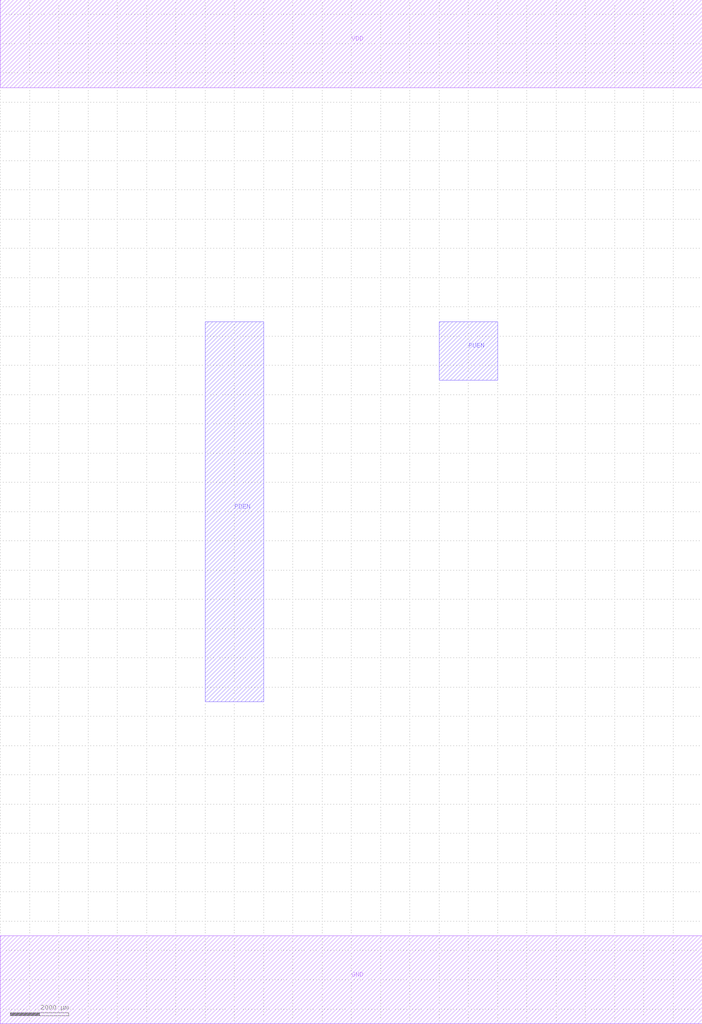
<source format=lef>
MACRO LEFT
 CLASS CORE ;
 ORIGIN 0 0 ;
 FOREIGN LEFT 0 0 ;
 SITE CORE ;
 SYMMETRY X Y R90 ;
  PIN VDD
   DIRECTION INOUT ;
   USE SIGNAL ;
   SHAPE ABUTMENT ;
    PORT
     CLASS CORE ;
       LAYER metal1 ;
        RECT 0.00000000 30500.00000000 24000.00000000 33500.00000000 ;
    END
  END VDD

  PIN GND
   DIRECTION INOUT ;
   USE SIGNAL ;
   SHAPE ABUTMENT ;
    PORT
     CLASS CORE ;
       LAYER metal1 ;
        RECT 0.00000000 -1500.00000000 24000.00000000 1500.00000000 ;
    END
  END GND

  PIN PDEN
   DIRECTION INOUT ;
   USE SIGNAL ;
   SHAPE ABUTMENT ;
    PORT
     CLASS CORE ;
       LAYER metal2 ;
        RECT 7000.00000000 9500.00000000 9000.00000000 22500.00000000 ;
    END
  END PDEN

  PIN PUEN
   DIRECTION INOUT ;
   USE SIGNAL ;
   SHAPE ABUTMENT ;
    PORT
     CLASS CORE ;
       LAYER metal2 ;
        RECT 15000.00000000 20500.00000000 17000.00000000 22500.00000000 ;
    END
  END PUEN


END LEFT

</source>
